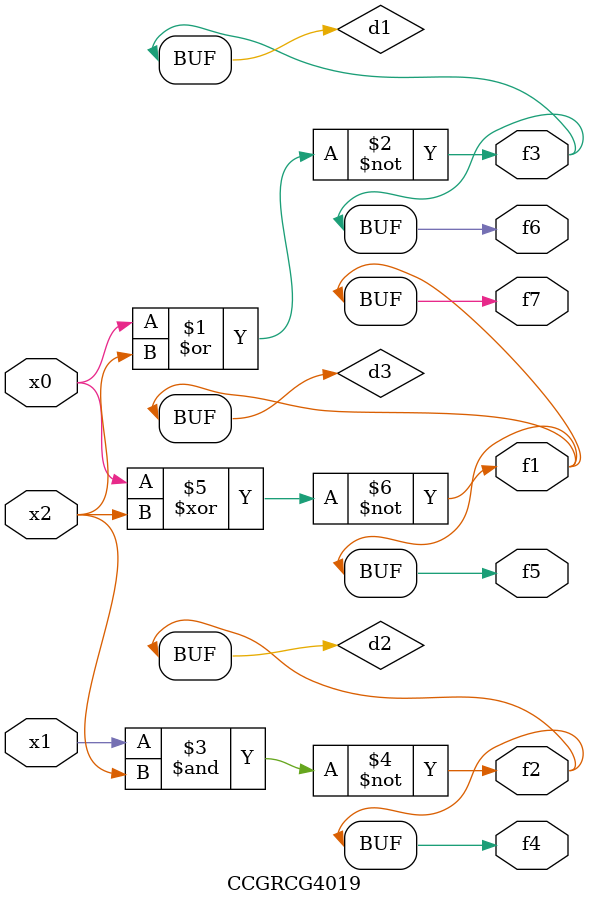
<source format=v>
module CCGRCG4019(
	input x0, x1, x2,
	output f1, f2, f3, f4, f5, f6, f7
);

	wire d1, d2, d3;

	nor (d1, x0, x2);
	nand (d2, x1, x2);
	xnor (d3, x0, x2);
	assign f1 = d3;
	assign f2 = d2;
	assign f3 = d1;
	assign f4 = d2;
	assign f5 = d3;
	assign f6 = d1;
	assign f7 = d3;
endmodule

</source>
